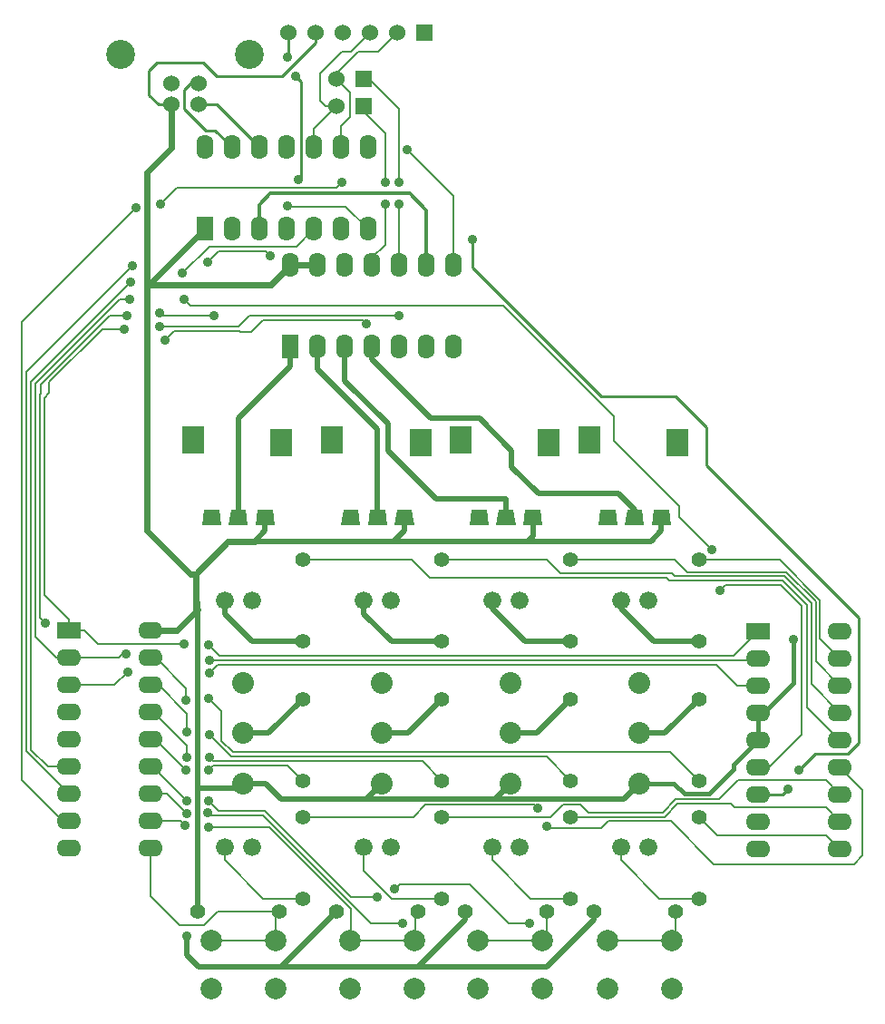
<source format=gtl>
G04 (created by PCBNEW (2013-07-07 BZR 4022)-stable) date 05/09/2014 18:07:36*
%MOIN*%
G04 Gerber Fmt 3.4, Leading zero omitted, Abs format*
%FSLAX34Y34*%
G01*
G70*
G90*
G04 APERTURE LIST*
%ADD10C,0.00590551*%
%ADD11C,0.06*%
%ADD12C,0.1063*%
%ADD13C,0.0787402*%
%ADD14C,0.08*%
%ADD15C,0.055*%
%ADD16R,0.0787402X0.102362*%
%ADD17R,0.062X0.09*%
%ADD18O,0.062X0.09*%
%ADD19R,0.06X0.06*%
%ADD20R,0.09X0.062*%
%ADD21O,0.09X0.062*%
%ADD22C,0.066*%
%ADD23C,0.035*%
%ADD24C,0.008*%
%ADD25C,0.01*%
%ADD26C,0.02*%
%ADD27C,0.014*%
%ADD28C,0.016*%
%ADD29C,0.024*%
G04 APERTURE END LIST*
G54D10*
G54D11*
X41625Y-26653D03*
X42625Y-26653D03*
X42625Y-25866D03*
X41625Y-25866D03*
G54D12*
X39763Y-24803D03*
X44487Y-24803D03*
G54D13*
X48215Y-57376D03*
X50577Y-57376D03*
X48215Y-59148D03*
X50577Y-59148D03*
X52915Y-57376D03*
X55277Y-57376D03*
X52915Y-59148D03*
X55277Y-59148D03*
X57677Y-57381D03*
X60039Y-57381D03*
X57677Y-59153D03*
X60039Y-59153D03*
X43110Y-57381D03*
X45472Y-57381D03*
X43110Y-59153D03*
X45472Y-59153D03*
G54D14*
X44263Y-51594D03*
X44263Y-49744D03*
X44263Y-47894D03*
X49381Y-51594D03*
X49381Y-49744D03*
X49381Y-47894D03*
X54105Y-51594D03*
X54105Y-49744D03*
X54105Y-47894D03*
X58830Y-51594D03*
X58830Y-49744D03*
X58830Y-47894D03*
G54D15*
X51574Y-51500D03*
X51574Y-48500D03*
X45594Y-56299D03*
X42594Y-56299D03*
X60161Y-56299D03*
X57161Y-56299D03*
X55437Y-56299D03*
X52437Y-56299D03*
X50712Y-56299D03*
X47712Y-56299D03*
X61023Y-51500D03*
X61023Y-48500D03*
X56299Y-51500D03*
X56299Y-48500D03*
X46456Y-51500D03*
X46456Y-48500D03*
G54D10*
G36*
X57322Y-42106D02*
X57401Y-41555D01*
X57952Y-41555D01*
X58031Y-42106D01*
X57322Y-42106D01*
X57322Y-42106D01*
G37*
G36*
X58307Y-42106D02*
X58385Y-41555D01*
X58937Y-41555D01*
X59015Y-42106D01*
X58307Y-42106D01*
X58307Y-42106D01*
G37*
G36*
X59291Y-42106D02*
X59370Y-41555D01*
X59921Y-41555D01*
X60000Y-42106D01*
X59291Y-42106D01*
X59291Y-42106D01*
G37*
G54D16*
X56988Y-38976D03*
X60236Y-39074D03*
G54D10*
G36*
X52598Y-42106D02*
X52677Y-41555D01*
X53228Y-41555D01*
X53307Y-42106D01*
X52598Y-42106D01*
X52598Y-42106D01*
G37*
G36*
X53582Y-42106D02*
X53661Y-41555D01*
X54212Y-41555D01*
X54291Y-42106D01*
X53582Y-42106D01*
X53582Y-42106D01*
G37*
G36*
X54566Y-42106D02*
X54645Y-41555D01*
X55196Y-41555D01*
X55275Y-42106D01*
X54566Y-42106D01*
X54566Y-42106D01*
G37*
G54D16*
X52263Y-38976D03*
X55511Y-39074D03*
G54D10*
G36*
X47874Y-42106D02*
X47952Y-41555D01*
X48503Y-41555D01*
X48582Y-42106D01*
X47874Y-42106D01*
X47874Y-42106D01*
G37*
G36*
X48858Y-42106D02*
X48937Y-41555D01*
X49488Y-41555D01*
X49566Y-42106D01*
X48858Y-42106D01*
X48858Y-42106D01*
G37*
G36*
X49842Y-42106D02*
X49921Y-41555D01*
X50472Y-41555D01*
X50551Y-42106D01*
X49842Y-42106D01*
X49842Y-42106D01*
G37*
G54D16*
X47539Y-38976D03*
X50787Y-39074D03*
G54D10*
G36*
X42755Y-42106D02*
X42834Y-41555D01*
X43385Y-41555D01*
X43464Y-42106D01*
X42755Y-42106D01*
X42755Y-42106D01*
G37*
G36*
X43740Y-42106D02*
X43818Y-41555D01*
X44370Y-41555D01*
X44448Y-42106D01*
X43740Y-42106D01*
X43740Y-42106D01*
G37*
G36*
X44724Y-42106D02*
X44803Y-41555D01*
X45354Y-41555D01*
X45433Y-42106D01*
X44724Y-42106D01*
X44724Y-42106D01*
G37*
G54D16*
X42421Y-38976D03*
X45669Y-39074D03*
G54D17*
X42866Y-31224D03*
G54D18*
X43866Y-31224D03*
X44866Y-31224D03*
X45866Y-31224D03*
X46866Y-31224D03*
X47866Y-31224D03*
X48866Y-31224D03*
X48866Y-28224D03*
X47866Y-28224D03*
X46866Y-28224D03*
X45866Y-28224D03*
X44866Y-28224D03*
X43866Y-28224D03*
X42866Y-28224D03*
G54D19*
X50925Y-24015D03*
G54D11*
X49925Y-24015D03*
X48925Y-24015D03*
X47925Y-24015D03*
X46925Y-24015D03*
X45925Y-24015D03*
G54D19*
X48700Y-26700D03*
G54D11*
X47700Y-26700D03*
G54D19*
X48700Y-25700D03*
G54D11*
X47700Y-25700D03*
G54D17*
X46015Y-35555D03*
G54D18*
X47015Y-35555D03*
X48015Y-35555D03*
X49015Y-35555D03*
X50015Y-35555D03*
X51015Y-35555D03*
X52015Y-35555D03*
X52015Y-32555D03*
X51015Y-32555D03*
X50015Y-32555D03*
X49015Y-32555D03*
X48015Y-32555D03*
X47015Y-32555D03*
X46015Y-32555D03*
G54D20*
X37870Y-45980D03*
G54D21*
X37870Y-46980D03*
X37870Y-47980D03*
X37870Y-48980D03*
X37870Y-49980D03*
X37870Y-50980D03*
X37870Y-51980D03*
X37870Y-52980D03*
X37870Y-53980D03*
X40870Y-53980D03*
X40870Y-52980D03*
X40870Y-51980D03*
X40870Y-50980D03*
X40870Y-49980D03*
X40870Y-48980D03*
X40870Y-47980D03*
X40870Y-46980D03*
X40870Y-45980D03*
G54D15*
X46456Y-43381D03*
X46456Y-46381D03*
X51574Y-43381D03*
X51574Y-46381D03*
X56299Y-43381D03*
X56299Y-46381D03*
X61023Y-43381D03*
X61023Y-46381D03*
X46456Y-52830D03*
X46456Y-55830D03*
X51574Y-52830D03*
X51574Y-55830D03*
X56299Y-52830D03*
X56299Y-55830D03*
X61023Y-52830D03*
X61023Y-55830D03*
G54D22*
X58161Y-53937D03*
X59161Y-53937D03*
X53437Y-53937D03*
X54437Y-53937D03*
X48712Y-53937D03*
X49712Y-53937D03*
X43594Y-53937D03*
X44594Y-53937D03*
X58161Y-44881D03*
X59161Y-44881D03*
X53437Y-44881D03*
X54437Y-44881D03*
X48712Y-44881D03*
X49712Y-44881D03*
X43594Y-44881D03*
X44594Y-44881D03*
G54D20*
X63200Y-46000D03*
G54D21*
X63200Y-47000D03*
X63200Y-48000D03*
X63200Y-49000D03*
X63200Y-50000D03*
X63200Y-51000D03*
X63200Y-52000D03*
X63200Y-53000D03*
X63200Y-54000D03*
X66200Y-54000D03*
X66200Y-53000D03*
X66200Y-52000D03*
X66200Y-51000D03*
X66200Y-50000D03*
X66200Y-49000D03*
X66200Y-48000D03*
X66200Y-47000D03*
X66200Y-46000D03*
G54D23*
X54810Y-56750D03*
X49850Y-55480D03*
X49200Y-55760D03*
X43010Y-52250D03*
X42190Y-52230D03*
X50150Y-56730D03*
X42980Y-52680D03*
X42200Y-52700D03*
X42140Y-53150D03*
X42990Y-53220D03*
X50300Y-28300D03*
X52700Y-31600D03*
X64700Y-51100D03*
X64300Y-51800D03*
X45890Y-30360D03*
X45260Y-32200D03*
X42980Y-32430D03*
X40190Y-32590D03*
X47890Y-29520D03*
X41240Y-30320D03*
X40350Y-30430D03*
X55440Y-53180D03*
X55100Y-52520D03*
X50000Y-34400D03*
X41200Y-34800D03*
X40000Y-34400D03*
X37000Y-45700D03*
X50000Y-29500D03*
X50000Y-30300D03*
X43040Y-47540D03*
X40030Y-47500D03*
X43200Y-34400D03*
X41200Y-34300D03*
X40100Y-33800D03*
X43040Y-47090D03*
X39980Y-46840D03*
X42100Y-33800D03*
X61500Y-43000D03*
X61800Y-44500D03*
X42040Y-32850D03*
X40130Y-33180D03*
X48800Y-34700D03*
X41400Y-35300D03*
X39900Y-34900D03*
X49500Y-30300D03*
X49500Y-29500D03*
X43000Y-46500D03*
X42110Y-46480D03*
X43000Y-51100D03*
X42180Y-51110D03*
X43020Y-50630D03*
X42200Y-50640D03*
X42210Y-49710D03*
X43020Y-49810D03*
X43010Y-48480D03*
X42180Y-48540D03*
X45900Y-24900D03*
X46200Y-25600D03*
X46300Y-29400D03*
X42200Y-57200D03*
X64500Y-46300D03*
G54D24*
X40870Y-53980D02*
X40870Y-55750D01*
X43350Y-56299D02*
X45594Y-56299D01*
X42850Y-56800D02*
X43350Y-56299D01*
X41920Y-56800D02*
X42850Y-56800D01*
X40870Y-55750D02*
X41920Y-56800D01*
X45472Y-57381D02*
X45472Y-56421D01*
X45472Y-56421D02*
X45594Y-56299D01*
X43110Y-57381D02*
X45472Y-57381D01*
X40870Y-50980D02*
X40940Y-50980D01*
X54030Y-56750D02*
X54810Y-56750D01*
X52590Y-55310D02*
X54030Y-56750D01*
X50020Y-55310D02*
X52590Y-55310D01*
X49850Y-55480D02*
X50020Y-55310D01*
X48232Y-55760D02*
X49200Y-55760D01*
X45082Y-52609D02*
X48232Y-55760D01*
X43369Y-52609D02*
X45082Y-52609D01*
X43010Y-52250D02*
X43369Y-52609D01*
X40940Y-50980D02*
X42190Y-52230D01*
X60161Y-56299D02*
X60161Y-57259D01*
X60161Y-57259D02*
X60039Y-57381D01*
X57677Y-57381D02*
X60039Y-57381D01*
X40870Y-51980D02*
X41480Y-51980D01*
X48976Y-56730D02*
X50150Y-56730D01*
X45016Y-52770D02*
X48976Y-56730D01*
X43070Y-52770D02*
X45016Y-52770D01*
X42980Y-52680D02*
X43070Y-52770D01*
X41480Y-51980D02*
X42200Y-52700D01*
X55437Y-56299D02*
X55437Y-57259D01*
X55437Y-57259D02*
X55314Y-57381D01*
X52952Y-57381D02*
X55314Y-57381D01*
X48228Y-57381D02*
X48228Y-56208D01*
X41970Y-52980D02*
X40870Y-52980D01*
X42140Y-53150D02*
X41970Y-52980D01*
X45240Y-53220D02*
X42990Y-53220D01*
X48228Y-56208D02*
X45240Y-53220D01*
X50590Y-57381D02*
X50590Y-56421D01*
X50590Y-56421D02*
X50712Y-56299D01*
X48228Y-57381D02*
X50590Y-57381D01*
X52015Y-32555D02*
X52015Y-30015D01*
X52015Y-30015D02*
X50300Y-28300D01*
G54D25*
X63200Y-52000D02*
X64100Y-52000D01*
X52700Y-32659D02*
X52700Y-31600D01*
X57420Y-37379D02*
X52700Y-32659D01*
X60179Y-37379D02*
X57420Y-37379D01*
X61300Y-38500D02*
X60179Y-37379D01*
X61300Y-39900D02*
X61300Y-38500D01*
X66900Y-45500D02*
X61300Y-39900D01*
X66900Y-50100D02*
X66900Y-45500D01*
X66500Y-50500D02*
X66900Y-50100D01*
X65300Y-50500D02*
X66500Y-50500D01*
X64700Y-51100D02*
X65300Y-50500D01*
X64100Y-52000D02*
X64300Y-51800D01*
G54D24*
X37870Y-51980D02*
X37863Y-51980D01*
X48041Y-30400D02*
X48866Y-31224D01*
X45930Y-30400D02*
X48041Y-30400D01*
X45890Y-30360D02*
X45930Y-30400D01*
X45090Y-32030D02*
X45260Y-32200D01*
X43379Y-32030D02*
X45090Y-32030D01*
X42980Y-32430D02*
X43379Y-32030D01*
X36309Y-36470D02*
X40190Y-32590D01*
X36309Y-50426D02*
X36309Y-36470D01*
X37863Y-51980D02*
X36309Y-50426D01*
G54D25*
X42625Y-25866D02*
X42333Y-25866D01*
X43241Y-27600D02*
X43866Y-28224D01*
X42900Y-27600D02*
X43241Y-27600D01*
X42100Y-26800D02*
X42900Y-27600D01*
X42100Y-26100D02*
X42100Y-26800D01*
X42333Y-25866D02*
X42100Y-26100D01*
X42625Y-26653D02*
X43294Y-26653D01*
X43294Y-26653D02*
X44866Y-28224D01*
G54D24*
X47700Y-25700D02*
X47700Y-25500D01*
X49240Y-24700D02*
X49925Y-24015D01*
X48500Y-24700D02*
X49240Y-24700D01*
X47700Y-25500D02*
X48500Y-24700D01*
X47866Y-28224D02*
X47866Y-27433D01*
X48200Y-26200D02*
X47700Y-25700D01*
X48200Y-27100D02*
X48200Y-26200D01*
X47866Y-27433D02*
X48200Y-27100D01*
X47700Y-26700D02*
X47300Y-26700D01*
X48240Y-24700D02*
X48925Y-24015D01*
X47900Y-24700D02*
X48240Y-24700D01*
X47100Y-25500D02*
X47900Y-24700D01*
X47100Y-26500D02*
X47100Y-25500D01*
X47300Y-26700D02*
X47100Y-26500D01*
X46866Y-28224D02*
X46866Y-27533D01*
X46866Y-27533D02*
X47700Y-26700D01*
X37870Y-52980D02*
X37640Y-52980D01*
X47690Y-29720D02*
X47890Y-29520D01*
X41840Y-29720D02*
X47690Y-29720D01*
X41240Y-30320D02*
X41840Y-29720D01*
X36149Y-34630D02*
X40350Y-30430D01*
X36149Y-51489D02*
X36149Y-34630D01*
X37640Y-52980D02*
X36149Y-51489D01*
G54D26*
X46015Y-35555D02*
X46015Y-36267D01*
X44094Y-38188D02*
X44094Y-41830D01*
X46015Y-36267D02*
X44094Y-38188D01*
X47015Y-35555D02*
X47015Y-36385D01*
X49212Y-38582D02*
X49212Y-41830D01*
X47015Y-36385D02*
X49212Y-38582D01*
X48015Y-35555D02*
X48015Y-36795D01*
X53937Y-41141D02*
X53937Y-41830D01*
X51377Y-41141D02*
X53937Y-41141D01*
X49606Y-39370D02*
X51377Y-41141D01*
X49606Y-38385D02*
X49606Y-39370D01*
X48015Y-36795D02*
X49606Y-38385D01*
X49015Y-35555D02*
X49015Y-36023D01*
X58661Y-41535D02*
X58661Y-41830D01*
X58070Y-40944D02*
X58661Y-41535D01*
X55118Y-40944D02*
X58070Y-40944D01*
X54133Y-39960D02*
X55118Y-40944D01*
X54133Y-39370D02*
X54133Y-39960D01*
X52952Y-38188D02*
X54133Y-39370D01*
X51181Y-38188D02*
X52952Y-38188D01*
X49015Y-36023D02*
X51181Y-38188D01*
G54D24*
X46456Y-43381D02*
X50451Y-43381D01*
X64999Y-48799D02*
X66200Y-50000D01*
X64999Y-45058D02*
X64999Y-48799D01*
X64091Y-44150D02*
X64999Y-45058D01*
X59930Y-44150D02*
X64091Y-44150D01*
X59830Y-44050D02*
X59930Y-44150D01*
X51120Y-44050D02*
X59830Y-44050D01*
X50451Y-43381D02*
X51120Y-44050D01*
X51574Y-43381D02*
X55421Y-43381D01*
X65159Y-47959D02*
X66200Y-49000D01*
X65159Y-44992D02*
X65159Y-47959D01*
X64157Y-43990D02*
X65159Y-44992D01*
X60140Y-43990D02*
X64157Y-43990D01*
X60040Y-43890D02*
X60140Y-43990D01*
X55930Y-43890D02*
X60040Y-43890D01*
X55421Y-43381D02*
X55930Y-43890D01*
X56299Y-43381D02*
X60141Y-43381D01*
X65319Y-47119D02*
X66200Y-48000D01*
X65319Y-44926D02*
X65319Y-47119D01*
X64223Y-43830D02*
X65319Y-44926D01*
X60590Y-43830D02*
X64223Y-43830D01*
X60141Y-43381D02*
X60590Y-43830D01*
X61023Y-43381D02*
X64001Y-43381D01*
X65480Y-46280D02*
X66200Y-47000D01*
X65480Y-44860D02*
X65480Y-46280D01*
X64001Y-43381D02*
X65480Y-44860D01*
X46456Y-52830D02*
X50529Y-52830D01*
X67050Y-51850D02*
X66200Y-51000D01*
X67050Y-54240D02*
X67050Y-51850D01*
X66730Y-54560D02*
X67050Y-54240D01*
X61580Y-54560D02*
X66730Y-54560D01*
X60010Y-52990D02*
X61580Y-54560D01*
X57690Y-52990D02*
X60010Y-52990D01*
X57430Y-53250D02*
X57690Y-52990D01*
X55510Y-53250D02*
X57430Y-53250D01*
X55440Y-53180D02*
X55510Y-53250D01*
X54961Y-52381D02*
X55100Y-52520D01*
X50978Y-52381D02*
X54961Y-52381D01*
X50529Y-52830D02*
X50978Y-52381D01*
X51574Y-52830D02*
X55569Y-52830D01*
X65690Y-51490D02*
X66200Y-52000D01*
X62470Y-51490D02*
X65690Y-51490D01*
X61770Y-52189D02*
X62470Y-51490D01*
X60183Y-52189D02*
X61770Y-52189D01*
X59703Y-52670D02*
X60183Y-52189D01*
X56970Y-52670D02*
X59703Y-52670D01*
X56680Y-52381D02*
X56970Y-52670D01*
X56018Y-52381D02*
X56680Y-52381D01*
X55569Y-52830D02*
X56018Y-52381D01*
X56299Y-52830D02*
X59769Y-52830D01*
X65690Y-52490D02*
X66200Y-53000D01*
X62350Y-52490D02*
X65690Y-52490D01*
X62210Y-52350D02*
X62350Y-52490D01*
X60250Y-52350D02*
X62210Y-52350D01*
X59769Y-52830D02*
X60250Y-52350D01*
X61023Y-52830D02*
X61023Y-52833D01*
X65700Y-53500D02*
X66200Y-54000D01*
X61690Y-53500D02*
X65700Y-53500D01*
X61023Y-52833D02*
X61690Y-53500D01*
X44500Y-34400D02*
X50000Y-34400D01*
X44100Y-34800D02*
X44500Y-34400D01*
X41200Y-34800D02*
X44100Y-34800D01*
X39362Y-34400D02*
X40000Y-34400D01*
X36831Y-36931D02*
X39362Y-34400D01*
X36831Y-37268D02*
X36831Y-36931D01*
X36800Y-37300D02*
X36831Y-37268D01*
X36800Y-37900D02*
X36800Y-37300D01*
X36800Y-45500D02*
X36800Y-37900D01*
X37000Y-45700D02*
X36800Y-45500D01*
X48700Y-25700D02*
X48900Y-25700D01*
X48900Y-25700D02*
X50000Y-26800D01*
X50000Y-26800D02*
X50000Y-29500D01*
X50000Y-30300D02*
X50015Y-30315D01*
X50015Y-30315D02*
X50015Y-32555D01*
X37870Y-47980D02*
X39550Y-47980D01*
X62430Y-48000D02*
X63200Y-48000D01*
X61660Y-47230D02*
X62430Y-48000D01*
X43349Y-47230D02*
X61660Y-47230D01*
X43040Y-47540D02*
X43349Y-47230D01*
X39550Y-47980D02*
X40030Y-47500D01*
X37870Y-46980D02*
X37410Y-46980D01*
X41300Y-34400D02*
X43200Y-34400D01*
X41200Y-34300D02*
X41300Y-34400D01*
X39736Y-33800D02*
X40100Y-33800D01*
X36630Y-36906D02*
X39736Y-33800D01*
X36630Y-46200D02*
X36630Y-36906D01*
X37410Y-46980D02*
X36630Y-46200D01*
X37870Y-46980D02*
X39690Y-46980D01*
X63129Y-47070D02*
X63200Y-47000D01*
X43059Y-47070D02*
X63129Y-47070D01*
X43040Y-47090D02*
X43059Y-47070D01*
X39830Y-46840D02*
X39980Y-46840D01*
X39690Y-46980D02*
X39830Y-46840D01*
G54D27*
X44866Y-31224D02*
X44866Y-30330D01*
X44866Y-30330D02*
X45275Y-29921D01*
X45275Y-29921D02*
X50393Y-29921D01*
X50393Y-29921D02*
X51015Y-30543D01*
X51015Y-30543D02*
X51015Y-32555D01*
G54D24*
X63200Y-51000D02*
X63600Y-51000D01*
X42348Y-34048D02*
X42100Y-33800D01*
X53848Y-34048D02*
X42348Y-34048D01*
X57900Y-38100D02*
X53848Y-34048D01*
X57900Y-39000D02*
X57900Y-38100D01*
X60300Y-41400D02*
X57900Y-39000D01*
X60300Y-41800D02*
X60300Y-41400D01*
X61500Y-43000D02*
X60300Y-41800D01*
X61989Y-44310D02*
X61800Y-44500D01*
X64024Y-44310D02*
X61989Y-44310D01*
X64800Y-45085D02*
X64024Y-44310D01*
X64800Y-49800D02*
X64800Y-45085D01*
X63600Y-51000D02*
X64800Y-49800D01*
X37870Y-50980D02*
X37090Y-50980D01*
X46220Y-31870D02*
X46866Y-31224D01*
X43020Y-31870D02*
X46220Y-31870D01*
X42040Y-32850D02*
X43020Y-31870D01*
X36470Y-36840D02*
X40130Y-33180D01*
X36470Y-50360D02*
X36470Y-36840D01*
X37090Y-50980D02*
X36470Y-50360D01*
X37870Y-45980D02*
X37870Y-45570D01*
X48660Y-34560D02*
X48800Y-34700D01*
X45000Y-34560D02*
X48660Y-34560D01*
X44560Y-35000D02*
X45000Y-34560D01*
X44179Y-35000D02*
X44560Y-35000D01*
X44139Y-34960D02*
X44179Y-35000D01*
X41739Y-34960D02*
X44139Y-34960D01*
X41400Y-35300D02*
X41739Y-34960D01*
X39088Y-34900D02*
X39900Y-34900D01*
X37144Y-36844D02*
X39088Y-34900D01*
X37144Y-37255D02*
X37144Y-36844D01*
X36960Y-37439D02*
X37144Y-37255D01*
X36960Y-44660D02*
X36960Y-37439D01*
X37870Y-45570D02*
X36960Y-44660D01*
X49015Y-32555D02*
X49015Y-32284D01*
X49015Y-32284D02*
X49500Y-31800D01*
X49500Y-31800D02*
X49500Y-30300D01*
X49500Y-29500D02*
X49500Y-27700D01*
X49500Y-27700D02*
X48712Y-26912D01*
X48712Y-26912D02*
X48712Y-26771D01*
X37870Y-45980D02*
X38430Y-45980D01*
X62290Y-46910D02*
X63200Y-46000D01*
X43410Y-46910D02*
X62290Y-46910D01*
X43000Y-46500D02*
X43410Y-46910D01*
X38930Y-46480D02*
X42110Y-46480D01*
X38430Y-45980D02*
X38930Y-46480D01*
X40870Y-49980D02*
X41050Y-49980D01*
X45896Y-50940D02*
X46456Y-51500D01*
X43160Y-50940D02*
X45896Y-50940D01*
X43000Y-51100D02*
X43160Y-50940D01*
X41050Y-49980D02*
X42180Y-51110D01*
X40870Y-48980D02*
X40980Y-48980D01*
X50854Y-50779D02*
X51574Y-51500D01*
X43169Y-50779D02*
X50854Y-50779D01*
X43020Y-50630D02*
X43169Y-50779D01*
X42200Y-50200D02*
X42200Y-50640D01*
X40980Y-48980D02*
X42200Y-50200D01*
X45180Y-50619D02*
X55419Y-50619D01*
X41160Y-47980D02*
X42210Y-49030D01*
X42210Y-49030D02*
X42210Y-49710D01*
X43020Y-49810D02*
X43829Y-50619D01*
X43829Y-50619D02*
X45180Y-50619D01*
X40870Y-47980D02*
X41160Y-47980D01*
X55419Y-50619D02*
X56299Y-51500D01*
X40870Y-46980D02*
X41060Y-46980D01*
X59983Y-50459D02*
X61023Y-51500D01*
X43896Y-50459D02*
X59983Y-50459D01*
X43473Y-50036D02*
X43896Y-50459D01*
X43473Y-48943D02*
X43473Y-50036D01*
X43010Y-48480D02*
X43473Y-48943D01*
X42180Y-48100D02*
X42180Y-48540D01*
X41060Y-46980D02*
X42180Y-48100D01*
G54D25*
X45925Y-24874D02*
X45925Y-24015D01*
X45900Y-24900D02*
X45925Y-24874D01*
X46400Y-25800D02*
X46200Y-25600D01*
X46400Y-29300D02*
X46400Y-25800D01*
X46300Y-29400D02*
X46400Y-29300D01*
G54D24*
X58161Y-53937D02*
X58161Y-54421D01*
X59570Y-55830D02*
X61023Y-55830D01*
X58161Y-54421D02*
X59570Y-55830D01*
X53437Y-53937D02*
X53437Y-54421D01*
X54846Y-55830D02*
X56299Y-55830D01*
X53437Y-54421D02*
X54846Y-55830D01*
X48712Y-53937D02*
X48712Y-54814D01*
X49728Y-55830D02*
X51574Y-55830D01*
X48712Y-54814D02*
X49728Y-55830D01*
X43594Y-53937D02*
X43594Y-54421D01*
X45003Y-55830D02*
X46456Y-55830D01*
X43594Y-54421D02*
X45003Y-55830D01*
G54D26*
X58161Y-44881D02*
X58161Y-45169D01*
X59374Y-46381D02*
X61023Y-46381D01*
X58161Y-45169D02*
X59374Y-46381D01*
X53437Y-44881D02*
X53437Y-45169D01*
X54649Y-46381D02*
X56299Y-46381D01*
X53437Y-45169D02*
X54649Y-46381D01*
X48712Y-44881D02*
X48712Y-45366D01*
X49728Y-46381D02*
X51574Y-46381D01*
X48712Y-45366D02*
X49728Y-46381D01*
X44263Y-49744D02*
X45212Y-49744D01*
X45212Y-49744D02*
X46456Y-48500D01*
X49381Y-49744D02*
X50330Y-49744D01*
X50330Y-49744D02*
X51574Y-48500D01*
X54105Y-49744D02*
X55055Y-49744D01*
X55055Y-49744D02*
X56299Y-48500D01*
X58830Y-49744D02*
X59779Y-49744D01*
X59779Y-49744D02*
X61023Y-48500D01*
X43594Y-44881D02*
X43594Y-45366D01*
X44610Y-46381D02*
X46456Y-46381D01*
X43594Y-45366D02*
X44610Y-46381D01*
X45800Y-58342D02*
X42642Y-58342D01*
X42200Y-57900D02*
X42200Y-57200D01*
X42642Y-58342D02*
X42200Y-57900D01*
G54D25*
X46925Y-24015D02*
X46925Y-24374D01*
X41153Y-26653D02*
X41625Y-26653D01*
X40800Y-26300D02*
X41153Y-26653D01*
X40800Y-25400D02*
X40800Y-26300D01*
X41100Y-25100D02*
X40800Y-25400D01*
X42800Y-25100D02*
X41100Y-25100D01*
X43300Y-25600D02*
X42800Y-25100D01*
X45700Y-25600D02*
X43300Y-25600D01*
X46925Y-24374D02*
X45700Y-25600D01*
G54D28*
X63200Y-49000D02*
X63400Y-49000D01*
X64500Y-47900D02*
X64500Y-46300D01*
X63400Y-49000D02*
X64500Y-47900D01*
X63200Y-50000D02*
X63200Y-49000D01*
X58830Y-51594D02*
X60094Y-51594D01*
X62300Y-50900D02*
X63200Y-50000D01*
X62300Y-51089D02*
X62300Y-50900D01*
X61400Y-51989D02*
X62300Y-51089D01*
X60489Y-51989D02*
X61400Y-51989D01*
X60094Y-51594D02*
X60489Y-51989D01*
G54D29*
X41212Y-45966D02*
X41829Y-45966D01*
X46015Y-32555D02*
X47015Y-32555D01*
X40748Y-33267D02*
X45303Y-33267D01*
X45303Y-33267D02*
X46015Y-32555D01*
X41625Y-26653D02*
X41625Y-28255D01*
X40748Y-29133D02*
X40748Y-33267D01*
X40748Y-33267D02*
X40748Y-33342D01*
X41625Y-28255D02*
X40748Y-29133D01*
X42519Y-43897D02*
X42322Y-43897D01*
X40748Y-33342D02*
X42866Y-31224D01*
X40748Y-42322D02*
X40748Y-33342D01*
X42322Y-43897D02*
X40748Y-42322D01*
X42519Y-45275D02*
X42519Y-43897D01*
X43700Y-42716D02*
X44685Y-42716D01*
X42519Y-43897D02*
X43700Y-42716D01*
X41829Y-45966D02*
X42519Y-45275D01*
X42519Y-45275D02*
X42594Y-45200D01*
G54D26*
X53538Y-52161D02*
X58263Y-52161D01*
X58263Y-52161D02*
X58830Y-51594D01*
X48814Y-52161D02*
X53538Y-52161D01*
X53538Y-52161D02*
X54105Y-51594D01*
X44263Y-51594D02*
X45098Y-51594D01*
X48810Y-52165D02*
X48814Y-52161D01*
X48814Y-52161D02*
X49381Y-51594D01*
X45669Y-52165D02*
X48810Y-52165D01*
X45098Y-51594D02*
X45669Y-52165D01*
X42594Y-51771D02*
X44085Y-51771D01*
X44085Y-51771D02*
X44263Y-51594D01*
X54724Y-42716D02*
X59251Y-42716D01*
X59251Y-42716D02*
X59645Y-42322D01*
X59645Y-42322D02*
X59645Y-41830D01*
X49803Y-42716D02*
X54724Y-42716D01*
X54921Y-42519D02*
X54921Y-41830D01*
X54724Y-42716D02*
X54921Y-42519D01*
X44685Y-42716D02*
X49803Y-42716D01*
X50196Y-42322D02*
X50196Y-41830D01*
X49803Y-42716D02*
X50196Y-42322D01*
X45078Y-42322D02*
X45078Y-41830D01*
X44685Y-42716D02*
X45078Y-42322D01*
X42594Y-56299D02*
X42594Y-51771D01*
X42594Y-51771D02*
X42594Y-45200D01*
X42594Y-45200D02*
X42594Y-44956D01*
X50590Y-58342D02*
X55437Y-58342D01*
X57161Y-56618D02*
X57161Y-56299D01*
X55437Y-58342D02*
X57161Y-56618D01*
X45669Y-58342D02*
X45800Y-58342D01*
X45800Y-58342D02*
X50590Y-58342D01*
X50590Y-58342D02*
X50712Y-58342D01*
X52437Y-56618D02*
X52437Y-56299D01*
X50712Y-58342D02*
X52437Y-56618D01*
X42594Y-56299D02*
X42594Y-56421D01*
X45669Y-58342D02*
X47712Y-56299D01*
M02*

</source>
